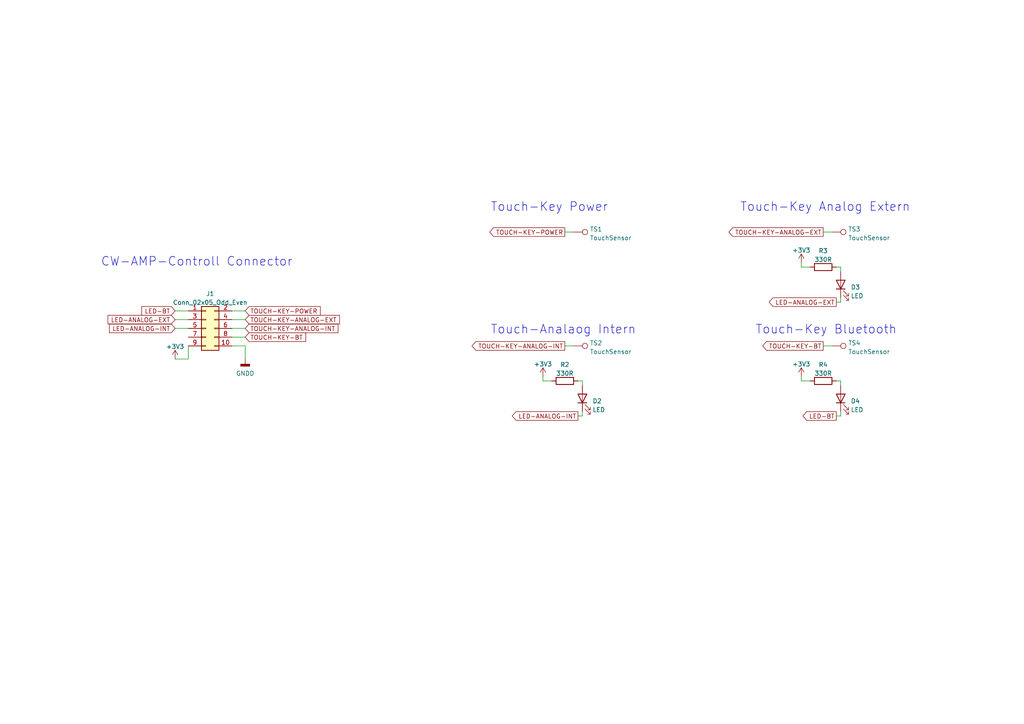
<source format=kicad_sch>
(kicad_sch (version 20211123) (generator eeschema)
  (paper "A4")
  (title_block (title "CW-AMP-TouchInterface") (date "2022-04-21") (rev "V1") (company "Lars Nienhaus"))
  (lib_symbols
    (symbol "Connector:TestPoint" (pin_numbers hide) (pin_names (offset 0.762) hide)
      (property "Reference" "TP" (at 0 6.858 0))
      (property "Value" "TestPoint" (at 0 5.08 0))
      (symbol "TestPoint_0_1"
        (circle (center 0 3.302) (radius 0.762))
      )
      (symbol "TestPoint_1_1"
        (pin passive line (at 0 0 90) (length 2.54) (name "1") (number "1"))
      )
    )
    (symbol "Connector_Generic:Conn_02x05_Odd_Even" (pin_names (offset 1.016) hide)
      (property "Reference" "J" (at 1.27 7.62 0))
      (property "Value" "Conn_02x05_Odd_Even" (at 1.27 -7.62 0))
      (symbol "Conn_02x05_Odd_Even_1_1"
        (rectangle (start -1.27 -4.953) (end 0 -5.207) (stroke (width 0.1524)))
        (rectangle (start -1.27 -2.413) (end 0 -2.667) (stroke (width 0.1524)))
        (rectangle (start -1.27 0.127) (end 0 -0.127) (stroke (width 0.1524)))
        (rectangle (start -1.27 2.667) (end 0 2.413) (stroke (width 0.1524)))
        (rectangle (start -1.27 5.207) (end 0 4.953) (stroke (width 0.1524)))
        (rectangle (start -1.27 6.35) (end 3.81 -6.35) (stroke (width 0.254)) (fill (type background)))
        (rectangle (start 3.81 -4.953) (end 2.54 -5.207) (stroke (width 0.1524)))
        (rectangle (start 3.81 -2.413) (end 2.54 -2.667) (stroke (width 0.1524)))
        (rectangle (start 3.81 0.127) (end 2.54 -0.127) (stroke (width 0.1524)))
        (rectangle (start 3.81 2.667) (end 2.54 2.413) (stroke (width 0.1524)))
        (rectangle (start 3.81 5.207) (end 2.54 4.953) (stroke (width 0.1524)))
        (pin passive line (at -5.08 5.08 0) (length 3.81) (name "Pin_1") (number "1"))
        (pin passive line (at 7.62 -5.08 180) (length 3.81) (name "Pin_10") (number "10"))
        (pin passive line (at 7.62 5.08 180) (length 3.81) (name "Pin_2") (number "2"))
        (pin passive line (at -5.08 2.54 0) (length 3.81) (name "Pin_3") (number "3"))
        (pin passive line (at 7.62 2.54 180) (length 3.81) (name "Pin_4") (number "4"))
        (pin passive line (at -5.08 0 0) (length 3.81) (name "Pin_5") (number "5"))
        (pin passive line (at 7.62 0 180) (length 3.81) (name "Pin_6") (number "6"))
        (pin passive line (at -5.08 -2.54 0) (length 3.81) (name "Pin_7") (number "7"))
        (pin passive line (at 7.62 -2.54 180) (length 3.81) (name "Pin_8") (number "8"))
        (pin passive line (at -5.08 -5.08 0) (length 3.81) (name "Pin_9") (number "9"))
      )
    )
    (symbol "Device:LED" (pin_numbers hide) (pin_names (offset 1.016) hide)
      (property "Reference" "D" (at 0 2.54 0))
      (property "Value" "LED" (at 0 -2.54 0))
      (symbol "LED_0_1"
        (polyline (pts (xy -1.27 -1.27) (xy -1.27 1.27)) (stroke (width 0.254)))
        (polyline (pts (xy -1.27 0) (xy 1.27 0)))
        (polyline (pts (xy 1.27 -1.27) (xy 1.27 1.27) (xy -1.27 0) (xy 1.27 -1.27)) (stroke (width 0.254)))
        (polyline (pts (xy -3.048 -0.762) (xy -4.572 -2.286) (xy -3.81 -2.286) (xy -4.572 -2.286) (xy -4.572 -1.524)))
        (polyline (pts (xy -1.778 -0.762) (xy -3.302 -2.286) (xy -2.54 -2.286) (xy -3.302 -2.286) (xy -3.302 -1.524)))
      )
      (symbol "LED_1_1"
        (pin passive line (at -3.81 0 0) (length 2.54) (name "K") (number "1"))
        (pin passive line (at 3.81 0 180) (length 2.54) (name "A") (number "2"))
      )
    )
    (symbol "Device:R" (pin_numbers hide) (pin_names (offset 0))
      (property "Reference" "R" (at 2.032 0 90))
      (property "Value" "R" (at 0 0 90))
      (symbol "R_0_1"
        (rectangle (start -1.016 -2.54) (end 1.016 2.54) (stroke (width 0.254)))
      )
      (symbol "R_1_1"
        (pin passive line (at 0 3.81 270) (length 1.27) (name "~") (number "1"))
        (pin passive line (at 0 -3.81 90) (length 1.27) (name "~") (number "2"))
      )
    )
    (symbol "power:+3V3" (power) (pin_names (offset 0))
      (property "Value" "+3V3" (at 0 3.556 0))
      (symbol "+3V3_0_1"
        (polyline (pts (xy -0.762 1.27) (xy 0 2.54)))
        (polyline (pts (xy 0 0) (xy 0 2.54)))
        (polyline (pts (xy 0 2.54) (xy 0.762 1.27)))
      )
      (symbol "+3V3_1_1"
        (pin power_in line (at 0 0 90) (length 0) hide (name "+3V3") (number "1"))
      )
    )
    (symbol "power:GNDD" (power) (pin_names (offset 0))
      (property "Value" "GNDD" (at 0 -3.175 0))
      (symbol "GNDD_0_1"
        (rectangle (start -1.27 -1.524) (end 1.27 -2.032) (stroke (width 0.254)) (fill (type outline)))
        (polyline (pts (xy 0 0) (xy 0 -1.524)))
      )
      (symbol "GNDD_1_1"
        (pin power_in line (at 0 0 270) (length 0) hide (name "GNDD") (number "1"))
      )
    )
  )
  (wire (pts (xy 243.84 86.36) (xy 243.84 87.63)))
  (wire (pts (xy 67.31 90.17) (xy 71.12 90.17)))
  (wire (pts (xy 242.57 120.65) (xy 243.84 120.65)))
  (wire (pts (xy 71.12 100.33) (xy 71.12 104.14)))
  (wire (pts (xy 242.57 77.47) (xy 243.84 77.47)))
  (wire (pts (xy 168.91 110.49) (xy 168.91 111.76)))
  (wire (pts (xy 232.41 110.49) (xy 234.95 110.49)))
  (wire (pts (xy 232.41 77.47) (xy 234.95 77.47)))
  (wire (pts (xy 242.57 87.63) (xy 243.84 87.63)))
  (wire (pts (xy 50.8 104.14) (xy 54.61 104.14)))
  (wire (pts (xy 67.31 100.33) (xy 71.12 100.33)))
  (wire (pts (xy 157.48 109.22) (xy 157.48 110.49)))
  (wire (pts (xy 50.8 92.71) (xy 54.61 92.71)))
  (wire (pts (xy 232.41 76.2) (xy 232.41 77.47)))
  (wire (pts (xy 163.83 67.31) (xy 166.37 67.31)))
  (wire (pts (xy 243.84 119.38) (xy 243.84 120.65)))
  (wire (pts (xy 242.57 110.49) (xy 243.84 110.49)))
  (wire (pts (xy 243.84 77.47) (xy 243.84 78.74)))
  (wire (pts (xy 168.91 119.38) (xy 168.91 120.65)))
  (wire (pts (xy 167.64 120.65) (xy 168.91 120.65)))
  (wire (pts (xy 50.8 90.17) (xy 54.61 90.17)))
  (wire (pts (xy 163.83 100.33) (xy 166.37 100.33)))
  (wire (pts (xy 167.64 110.49) (xy 168.91 110.49)))
  (wire (pts (xy 67.31 95.25) (xy 71.12 95.25)))
  (wire (pts (xy 238.76 100.33) (xy 241.3 100.33)))
  (wire (pts (xy 54.61 100.33) (xy 54.61 104.14)))
  (wire (pts (xy 238.76 67.31) (xy 241.3 67.31)))
  (wire (pts (xy 67.31 97.79) (xy 71.12 97.79)))
  (wire (pts (xy 67.31 92.71) (xy 71.12 92.71)))
  (wire (pts (xy 243.84 110.49) (xy 243.84 111.76)))
  (wire (pts (xy 50.8 95.25) (xy 54.61 95.25)))
  (wire (pts (xy 157.48 110.49) (xy 160.02 110.49)))
  (wire (pts (xy 232.41 109.22) (xy 232.41 110.49)))
  (text "Touch-Key Power" (at 142.24 61.595 0) (effects (font (size 2.54 2.54)) (justify left bottom)))
  (text "Touch-Key Analog Extern\n" (at 214.63 61.595 0) (effects (font (size 2.54 2.54)) (justify left bottom)))
  (text "CW-AMP-Controll Connector" (at 29.21 77.47 0) (effects (font (size 2.54 2.54)) (justify left bottom)))
  (text "Touch-Key Bluetooth" (at 219.075 97.155 0) (effects (font (size 2.54 2.54)) (justify left bottom)))
  (text "Touch-Analaog Intern" (at 142.24 97.155 0) (effects (font (size 2.54 2.54)) (justify left bottom)))
  (global_label "TOUCH-KEY-BT" (shape output) (at 238.76 100.33 180) (property "Intersheet References" "${INTERSHEET_REFS}" (effects hide)))
  (global_label "LED-ANALOG-INT" (shape output) (at 167.64 120.65 180) (property "Intersheet References" "${INTERSHEET_REFS}" (effects hide)))
  (global_label "TOUCH-KEY-ANALOG-INT" (shape output) (at 163.83 100.33 180) (property "Intersheet References" "${INTERSHEET_REFS}" (effects hide)))
  (global_label "LED-ANALOG-INT" (shape input) (at 50.8 95.25 180) (property "Intersheet References" "${INTERSHEET_REFS}" (effects hide)))
  (global_label "TOUCH-KEY-BT" (shape input) (at 71.12 97.79 0) (property "Intersheet References" "${INTERSHEET_REFS}" (effects hide)))
  (global_label "TOUCH-KEY-ANALOG-EXT" (shape input) (at 71.12 92.71 0) (property "Intersheet References" "${INTERSHEET_REFS}" (effects hide)))
  (global_label "TOUCH-KEY-ANALOG-INT" (shape input) (at 71.12 95.25 0) (property "Intersheet References" "${INTERSHEET_REFS}" (effects hide)))
  (global_label "LED-ANALOG-EXT" (shape output) (at 242.57 87.63 180) (property "Intersheet References" "${INTERSHEET_REFS}" (effects hide)))
  (global_label "LED-BT" (shape input) (at 50.8 90.17 180) (property "Intersheet References" "${INTERSHEET_REFS}" (effects hide)))
  (global_label "LED-ANALOG-EXT" (shape input) (at 50.8 92.71 180) (property "Intersheet References" "${INTERSHEET_REFS}" (effects hide)))
  (global_label "TOUCH-KEY-POWER" (shape input) (at 71.12 90.17 0) (property "Intersheet References" "${INTERSHEET_REFS}" (effects hide)))
  (global_label "TOUCH-KEY-POWER" (shape output) (at 163.83 67.31 180) (property "Intersheet References" "${INTERSHEET_REFS}" (effects hide)))
  (global_label "LED-BT" (shape output) (at 242.57 120.65 180) (property "Intersheet References" "${INTERSHEET_REFS}" (effects hide)))
  (global_label "TOUCH-KEY-ANALOG-EXT" (shape output) (at 238.76 67.31 180) (property "Intersheet References" "${INTERSHEET_REFS}" (effects hide)))
  (symbol (lib_id "Connector:TestPoint") (at 166.37 100.33 270) (unit 1)
    (property "Reference" "TS2" (at 171.069 99.4953 90) (effects (justify left)))
    (property "Value" "TouchSensor" (at 171.069 102.0322 90) (effects (justify left)))
    (property "Footprint" "office-amp:TouchSensor" (effects hide))
  )
  (symbol (lib_id "Device:R") (at 238.76 110.49 90) (unit 1)
    (property "Reference" "R4" (at 238.76 105.7742 90))
    (property "Value" "330R" (at 238.76 108.3111 90))
    (property "Footprint" "Resistor_SMD:R_0805_2012Metric_Pad1.20x1.40mm_HandSolder" (effects hide))
  )
  (symbol (lib_id "Device:LED") (at 243.84 82.55 90) (unit 1)
    (property "Reference" "D3" (at 246.761 83.3028 90) (effects (justify right)))
    (property "Value" "LED" (at 246.761 85.8397 90) (effects (justify right)))
    (property "Footprint" "office-amp:LED-5mm-ThroughPCB" (effects hide))
  )
  (symbol (lib_id "Connector:TestPoint") (at 241.3 67.31 270) (unit 1)
    (property "Reference" "TS3" (at 245.999 66.4753 90) (effects (justify left)))
    (property "Value" "TouchSensor" (at 245.999 69.0122 90) (effects (justify left)))
    (property "Footprint" "office-amp:TouchSensor" (effects hide))
  )
  (symbol (lib_id "Device:LED") (at 168.91 115.57 90) (unit 1)
    (property "Reference" "D2" (at 171.831 116.3228 90) (effects (justify right)))
    (property "Value" "LED" (at 171.831 118.8597 90) (effects (justify right)))
    (property "Footprint" "office-amp:LED-5mm-ThroughPCB" (effects hide))
  )
  (symbol (lib_id "power:+3V3") (at 157.48 109.22 0) (unit 1)
    (property "Reference" "#PWR0105" (effects hide))
    (property "Value" "+3V3" (at 157.48 105.6155 0))
  )
  (symbol (lib_id "Device:LED") (at 243.84 115.57 90) (unit 1)
    (property "Reference" "D4" (at 246.761 116.3228 90) (effects (justify right)))
    (property "Value" "LED" (at 246.761 118.8597 90) (effects (justify right)))
    (property "Footprint" "office-amp:LED-5mm-ThroughPCB" (effects hide))
  )
  (symbol (lib_id "Connector_Generic:Conn_02x05_Odd_Even") (at 59.69 95.25 0) (unit 1)
    (property "Reference" "J1" (at 60.96 85.2002 0))
    (property "Value" "Conn_02x05_Odd_Even" (at 60.96 87.7371 0))
    (property "Footprint" "Connector_IDC:IDC-Header_2x05_P2.54mm_Vertical" (effects hide))
  )
  (symbol (lib_id "Device:R") (at 238.76 77.47 90) (unit 1)
    (property "Reference" "R3" (at 238.76 72.7542 90))
    (property "Value" "330R" (at 238.76 75.2911 90))
    (property "Footprint" "Resistor_SMD:R_0805_2012Metric_Pad1.20x1.40mm_HandSolder" (effects hide))
  )
  (symbol (lib_id "power:+3V3") (at 50.8 104.14 0) (unit 1)
    (property "Reference" "#PWR0101" (effects hide))
    (property "Value" "+3V3" (at 50.8 100.5355 0))
  )
  (symbol (lib_id "Connector:TestPoint") (at 241.3 100.33 270) (unit 1)
    (property "Reference" "TS4" (at 245.999 99.4953 90) (effects (justify left)))
    (property "Value" "TouchSensor" (at 245.999 102.0322 90) (effects (justify left)))
    (property "Footprint" "office-amp:TouchSensor" (effects hide))
  )
  (symbol (lib_id "Device:R") (at 163.83 110.49 90) (unit 1)
    (property "Reference" "R2" (at 163.83 105.7742 90))
    (property "Value" "330R" (at 163.83 108.3111 90))
    (property "Footprint" "Resistor_SMD:R_0805_2012Metric_Pad1.20x1.40mm_HandSolder" (effects hide))
  )
  (symbol (lib_id "power:+3V3") (at 232.41 76.2 0) (unit 1)
    (property "Reference" "#PWR0104" (effects hide))
    (property "Value" "+3V3" (at 232.41 72.5955 0))
  )
  (symbol (lib_id "Connector:TestPoint") (at 166.37 67.31 270) (unit 1)
    (property "Reference" "TS1" (at 171.069 66.4753 90) (effects (justify left)))
    (property "Value" "TouchSensor" (at 171.069 69.0122 90) (effects (justify left)))
    (property "Footprint" "office-amp:TouchSensor" (effects hide))
  )
  (symbol (lib_id "power:GNDD") (at 71.12 104.14 0) (unit 1)
    (property "Reference" "#PWR0102" (effects hide))
    (property "Value" "GNDD" (at 71.12 108.3215 0))
  )
  (symbol (lib_id "power:+3V3") (at 232.41 109.22 0) (unit 1)
    (property "Reference" "#PWR0103" (effects hide))
    (property "Value" "+3V3" (at 232.41 105.6155 0))
  )
)
</source>
